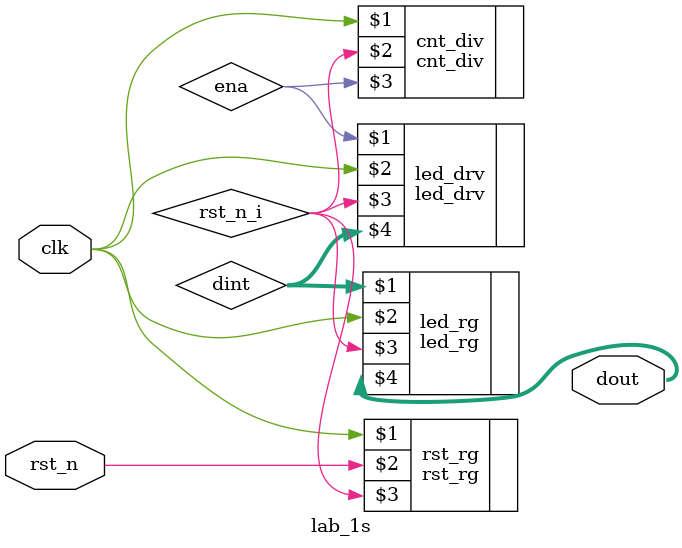
<source format=sv>
module lab_1s
#(parameter DIV=12_500_000)
(
	(* altera_attribute = "-name IO_STANDARD \"3.3-V LVCMOS\"", chip_pin = "23" *)
	input clk,
	(* altera_attribute = "-name IO_STANDARD \"2.5-V\"", chip_pin = "64" *)
	input rst_n,
	(* altera_attribute = "-name IO_STANDARD \"2.5-V\"", chip_pin = "72, 71, 70, 69, 68, 67, 66, 65" *)
	output [7:0] dout
);

reg rst_n_i;

rst_rg rst_rg (clk, rst_n, rst_n_i);

reg ena;

cnt_div #(.N(DIV)) cnt_div (clk, rst_n_i, ena);

reg [7:0] dint;

led_drv led_drv (ena, clk, rst_n_i, dint);

led_rg led_rg (dint, clk, rst_n_i, dout);

endmodule

</source>
